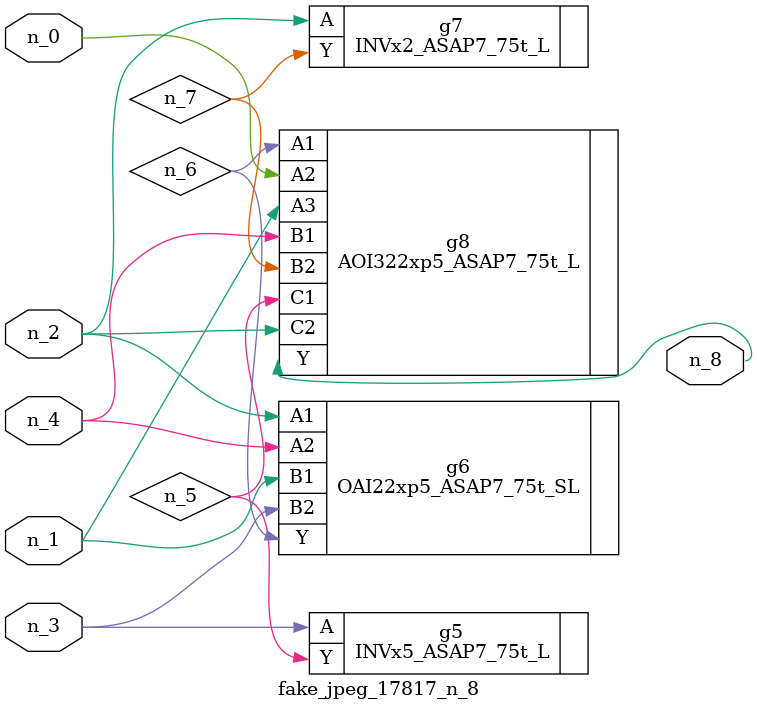
<source format=v>
module fake_jpeg_17817_n_8 (n_3, n_2, n_1, n_0, n_4, n_8);

input n_3;
input n_2;
input n_1;
input n_0;
input n_4;

output n_8;

wire n_6;
wire n_5;
wire n_7;

INVx5_ASAP7_75t_L g5 ( 
.A(n_3),
.Y(n_5)
);

OAI22xp5_ASAP7_75t_SL g6 ( 
.A1(n_2),
.A2(n_4),
.B1(n_1),
.B2(n_3),
.Y(n_6)
);

INVx2_ASAP7_75t_L g7 ( 
.A(n_2),
.Y(n_7)
);

AOI322xp5_ASAP7_75t_L g8 ( 
.A1(n_6),
.A2(n_0),
.A3(n_1),
.B1(n_4),
.B2(n_7),
.C1(n_5),
.C2(n_2),
.Y(n_8)
);


endmodule
</source>
